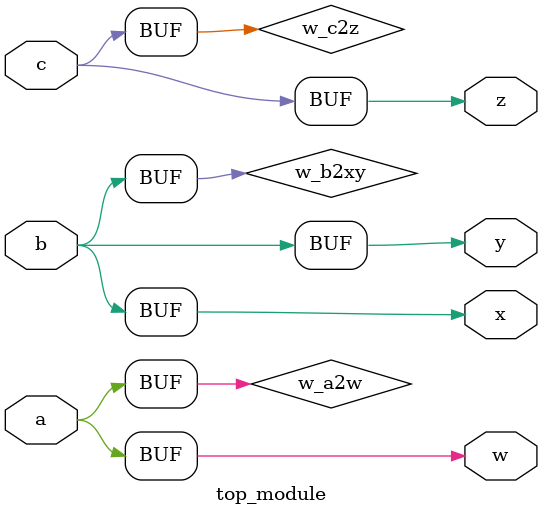
<source format=v>
module top_module(
    input a,b,c,
    output w,x,y,z );
    wire w_a2w,w_b2xy,w_c2z;
    //init output
    assign w=w_a2w;
    assign x=w_b2xy;
    assign y=w_b2xy;
    assign z=w_c2z;
    //init inpu
    assign w_a2w=a;
    assign w_b2xy=b;
    assign w_c2z=c;
endmodule

</source>
